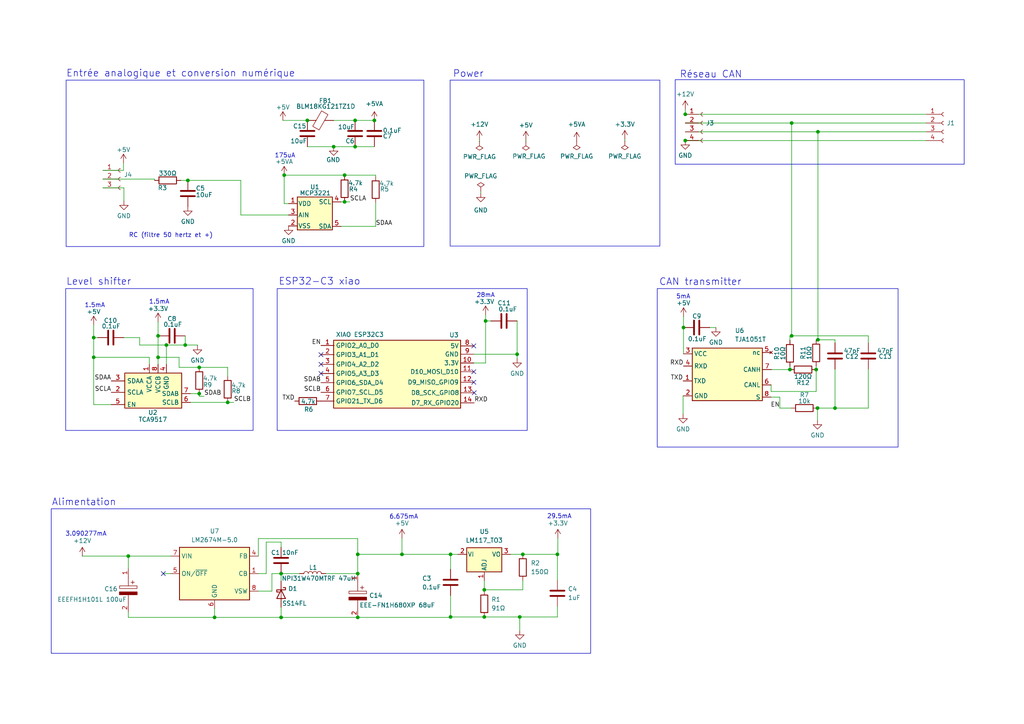
<source format=kicad_sch>
(kicad_sch (version 20230121) (generator eeschema)
  (paper "A4")
  (title_block (title "Formule SAE module CAN SCH") (date "2024-02-26") (rev "1.0") (company "Cégep de Sherbrooke") (comment 1 "Carl-Dominic Aubin") (comment 2 "Mamoune Benmensour"))
  (lib_symbols
    (symbol "Analog_ADC:MCP3201" (pin_names (offset 0.762))
      (property "Reference" "U2" (at 1.778 -6.35 0))
      (property "Value" "TCA9517" (at 1.778 -8.382 0))
      (symbol "MCP3201_0_0"
        (polyline (pts (xy -6.35 0) (xy -6.35 5.08) (xy 10.16 5.08) (xy 10.16 -5.08) (xy -6.35 -5.08) (xy -6.35 0)) (stroke (width 0.254)) (fill (type background)))
      )
      (symbol "MCP3201_1_1"
        (pin input line (at 0.762 7.62 270) (length 2.54) (name "VCCA") (number "1"))
        (pin input line (at -10.287 -0.508 0) (length 3.81) (name "SCLA") (number "2"))
        (pin input line (at -10.287 2.794 0) (length 3.81) (name "SDAA") (number "3"))
        (pin input line (at 5.715 7.62 270) (length 2.54) (name "GND") (number "4"))
        (pin input line (at -10.287 -4.064 0) (length 3.81) (name "EN") (number "5"))
        (pin output line (at 12.7 -3.429 180) (length 2.54) (name "SCLB") (number "6"))
        (pin output line (at 12.7 -0.889 180) (length 2.54) (name "SDAB") (number "7"))
        (pin input line (at 3.302 7.62 270) (length 2.54) (name "VCCB") (number "8"))
      )
    )
    (symbol "Conn_01x03_Socket_1" (pin_names (offset 1.016) hide)
      (property "Reference" "J" (at 0 5.08 0))
      (property "Value" "Conn_01x03_Socket" (at 0 -5.08 0))
      (symbol "Conn_01x03_Socket_1_1_1"
        (arc (start 0 -2.032) (mid -0.5058 -2.54) (end 0 -3.048) (stroke (width 0.1524)))
        (polyline (pts (xy -1.27 -2.54) (xy -0.508 -2.54)) (stroke (width 0.1524)))
        (polyline (pts (xy -1.27 0) (xy -0.508 0)) (stroke (width 0.1524)))
        (polyline (pts (xy -1.27 2.54) (xy -0.508 2.54)) (stroke (width 0.1524)))
        (arc (start 0 0.508) (mid -0.5058 0) (end 0 -0.508) (stroke (width 0.1524)))
        (arc (start 0 3.048) (mid -0.5058 2.54) (end 0 2.032) (stroke (width 0.1524)))
        (pin passive line (at -5.08 2.54 0) (length 3.81) (name "Pin_1") (number "1"))
        (pin passive line (at -5.08 0 0) (length 3.81) (name "Pin_2") (number "2"))
        (pin passive line (at -5.08 -2.54 0) (length 3.81) (name "Pin_3") (number "3"))
      )
    )
    (symbol "Connector:Conn_01x04_Socket" (pin_names (offset 1.016) hide)
      (property "Reference" "J" (at 0 5.08 0))
      (property "Value" "Conn_01x04_Socket" (at 0 -7.62 0))
      (symbol "Conn_01x04_Socket_1_1"
        (arc (start 0 -4.572) (mid -0.5058 -5.08) (end 0 -5.588) (stroke (width 0.1524)))
        (arc (start 0 -2.032) (mid -0.5058 -2.54) (end 0 -3.048) (stroke (width 0.1524)))
        (polyline (pts (xy -1.27 -5.08) (xy -0.508 -5.08)) (stroke (width 0.1524)))
        (polyline (pts (xy -1.27 -2.54) (xy -0.508 -2.54)) (stroke (width 0.1524)))
        (polyline (pts (xy -1.27 0) (xy -0.508 0)) (stroke (width 0.1524)))
        (polyline (pts (xy -1.27 2.54) (xy -0.508 2.54)) (stroke (width 0.1524)))
        (arc (start 0 0.508) (mid -0.5058 0) (end 0 -0.508) (stroke (width 0.1524)))
        (arc (start 0 3.048) (mid -0.5058 2.54) (end 0 2.032) (stroke (width 0.1524)))
        (pin passive line (at -5.08 2.54 0) (length 3.81) (name "Pin_1") (number "1"))
        (pin passive line (at -5.08 0 0) (length 3.81) (name "Pin_2") (number "2"))
        (pin passive line (at -5.08 -2.54 0) (length 3.81) (name "Pin_3") (number "3"))
        (pin passive line (at -5.08 -5.08 0) (length 3.81) (name "Pin_4") (number "4"))
      )
    )
    (symbol "Device:C" (pin_numbers hide) (pin_names (offset 0.254))
      (property "Reference" "C" (at 0.635 2.54 0))
      (property "Value" "C" (at 0.635 -2.54 0))
      (symbol "C_0_1"
        (polyline (pts (xy -2.032 -0.762) (xy 2.032 -0.762)) (stroke (width 0.508)))
        (polyline (pts (xy -2.032 0.762) (xy 2.032 0.762)) (stroke (width 0.508)))
      )
      (symbol "C_1_1"
        (pin passive line (at 0 3.81 270) (length 2.794) (name "~") (number "1"))
        (pin passive line (at 0 -3.81 90) (length 2.794) (name "~") (number "2"))
      )
    )
    (symbol "Device:FerriteBead" (pin_numbers hide) (pin_names (offset 0))
      (property "Reference" "FB" (at -3.81 0.635 90))
      (property "Value" "FerriteBead" (at 3.81 0 90))
      (symbol "FerriteBead_0_1"
        (polyline (pts (xy 0 -1.27) (xy 0 -1.2192)))
        (polyline (pts (xy 0 1.27) (xy 0 1.2954)))
        (polyline (pts (xy -2.7686 0.4064) (xy -1.7018 2.2606) (xy 2.7686 -0.3048) (xy 1.6764 -2.159) (xy -2.7686 0.4064)))
      )
      (symbol "FerriteBead_1_1"
        (pin passive line (at 0 3.81 270) (length 2.54) (name "~") (number "1"))
        (pin passive line (at 0 -3.81 90) (length 2.54) (name "~") (number "2"))
      )
    )
    (symbol "Device:L" (pin_numbers hide) (pin_names (offset 1.016) hide)
      (property "Reference" "L" (at -1.27 0 90))
      (property "Value" "L" (at 1.905 0 90))
      (symbol "L_0_1"
        (arc (start 0 -2.54) (mid 0.6323 -1.905) (end 0 -1.27))
        (arc (start 0 -1.27) (mid 0.6323 -0.635) (end 0 0))
        (arc (start 0 0) (mid 0.6323 0.635) (end 0 1.27))
        (arc (start 0 1.27) (mid 0.6323 1.905) (end 0 2.54))
      )
      (symbol "L_1_1"
        (pin passive line (at 0 3.81 270) (length 1.27) (name "1") (number "1"))
        (pin passive line (at 0 -3.81 90) (length 1.27) (name "2") (number "2"))
      )
    )
    (symbol "Device:R" (pin_numbers hide) (pin_names (offset 0))
      (property "Reference" "R" (at 2.032 0 90))
      (property "Value" "R" (at 0 0 90))
      (symbol "R_0_1"
        (rectangle (start -1.016 -2.54) (end 1.016 2.54) (stroke (width 0.254)))
      )
      (symbol "R_1_1"
        (pin passive line (at 0 3.81 270) (length 1.27) (name "~") (number "1"))
        (pin passive line (at 0 -3.81 90) (length 1.27) (name "~") (number "2"))
      )
    )
    (symbol "Diode:1N5820" (pin_numbers hide) (pin_names (offset 1.016) hide)
      (property "Reference" "D" (at 0 2.54 0))
      (property "Value" "1N5820" (at 0 -2.54 0))
      (symbol "1N5820_0_1"
        (polyline (pts (xy 1.27 0) (xy -1.27 0)))
        (polyline (pts (xy 1.27 1.27) (xy 1.27 -1.27) (xy -1.27 0) (xy 1.27 1.27)) (stroke (width 0.254)))
        (polyline (pts (xy -1.905 0.635) (xy -1.905 1.27) (xy -1.27 1.27) (xy -1.27 -1.27) (xy -0.635 -1.27) (xy -0.635 -0.635)) (stroke (width 0.254)))
      )
      (symbol "1N5820_1_1"
        (pin passive line (at -3.81 0 0) (length 2.54) (name "K") (number "1"))
        (pin passive line (at 3.81 0 180) (length 2.54) (name "A") (number "2"))
      )
    )
    (symbol "EEEFH1H101L:EEEFH1H101L" (pin_names (offset 0.762))
      (property "Reference" "C" (at 8.89 6.35 0))
      (property "Value" "EEEFH1H101L" (at 8.89 3.81 0))
      (symbol "EEEFH1H101L_0_0"
        (pin passive line (at 0 0 0) (length 2.54) (name "~") (number "1"))
        (pin passive line (at 12.7 0 180) (length 2.54) (name "~") (number "2"))
      )
      (symbol "EEEFH1H101L_0_1"
        (polyline (pts (xy 2.54 0) (xy 5.08 0)) (stroke (width 0.1524)))
        (polyline (pts (xy 4.064 1.778) (xy 4.064 0.762)) (stroke (width 0.1524)))
        (polyline (pts (xy 4.572 1.27) (xy 3.556 1.27)) (stroke (width 0.1524)))
        (polyline (pts (xy 7.62 0) (xy 10.16 0)) (stroke (width 0.1524)))
        (polyline (pts (xy 5.08 2.54) (xy 5.08 -2.54) (xy 5.842 -2.54) (xy 5.842 2.54) (xy 5.08 2.54)) (stroke (width 0.1524)))
        (polyline (pts (xy 7.62 2.54) (xy 7.62 -2.54) (xy 6.858 -2.54) (xy 6.858 2.54) (xy 7.62 2.54)) (stroke (width 0.254)) (fill (type outline)))
      )
    )
    (symbol "MCU_Microchip_PIC16:PIC16F18344-xSL"
      (property "Reference" "U3" (at 11.557 -12.573 0))
      (property "Value" "XIAO ESP32C3" (at -21.336 -12.446 0))
      (symbol "PIC16F18344-xSL_1_1"
        (rectangle (start -21.971 -14.097) (end 14.859 -33.782) (stroke (width 0.254)) (fill (type background)))
        (pin bidirectional line (at -25.654 -15.621 0) (length 3.81) (name "GPIO2_A0_D0") (number "1"))
        (pin bidirectional line (at 18.669 -20.701 180) (length 3.81) (name "3.3V") (number "10"))
        (pin bidirectional line (at 18.669 -23.241 180) (length 3.81) (name "D10_MOSI_D10") (number "11"))
        (pin bidirectional line (at 18.669 -26.289 180) (length 3.81) (name "D9_MISO_GPIO9") (number "12"))
        (pin bidirectional line (at 18.796 -29.337 180) (length 3.81) (name "D8_SCK_GPIO8") (number "13"))
        (pin bidirectional line (at 18.796 -32.258 180) (length 3.81) (name "D7_RX_GPIO20") (number "14"))
        (pin bidirectional line (at -25.654 -18.288 0) (length 3.81) (name "GPIO3_A1_D1") (number "2"))
        (pin bidirectional line (at -25.654 -21.082 0) (length 3.81) (name "GPIO4_A2_D2") (number "3"))
        (pin bidirectional line (at -25.654 -23.749 0) (length 3.81) (name "GPIO5_A3_D3") (number "4"))
        (pin bidirectional line (at -25.654 -26.416 0) (length 3.81) (name "GPIO6_SDA_D4") (number "5"))
        (pin bidirectional line (at -25.654 -29.21 0) (length 3.81) (name "GPIO7_SCL_D5") (number "6"))
        (pin bidirectional line (at -25.654 -31.75 0) (length 3.81) (name "GPIO21_TX_D6") (number "7"))
        (pin bidirectional line (at 18.669 -15.748 180) (length 3.81) (name "5V") (number "8"))
        (pin bidirectional line (at 18.669 -18.161 180) (length 3.81) (name "GND") (number "9"))
      )
    )
    (symbol "Regulator_Controller:UC3842_SOIC8"
      (property "Reference" "U6" (at 2.1941 12.7 0))
      (property "Value" "TJA1051T" (at 2.1941 10.16 0))
      (symbol "UC3842_SOIC8_0_1"
        (rectangle (start -10.16 7.62) (end 10.16 -7.62) (stroke (width 0.254)) (fill (type background)))
      )
      (symbol "UC3842_SOIC8_1_1"
        (pin input line (at -12.827 -1.905 0) (length 2.54) (name "TXD") (number "1"))
        (pin power_in line (at -12.7 -6.223 0) (length 2.54) (name "GND") (number "2"))
        (pin power_in line (at -12.7 5.969 0) (length 2.54) (name "VCC") (number "3"))
        (pin input line (at -12.7 2.413 0) (length 2.54) (name "RXD") (number "4"))
        (pin no_connect line (at 12.7 6.35 180) (length 2.54) (name "nc") (number "5"))
        (pin output line (at 12.7 -3.048 180) (length 2.54) (name "CANL") (number "6"))
        (pin output line (at 12.827 1.397 180) (length 2.54) (name "CANH") (number "7"))
        (pin input line (at 12.7 -6.604 180) (length 2.54) (name "S") (number "8"))
      )
    )
    (symbol "Regulator_Linear:LD3985G27R_TSOT23" (pin_names (offset 0.254))
      (property "Reference" "U1" (at 0 7.366 0))
      (property "Value" "MCP3221" (at 0.127 5.588 0))
      (symbol "LD3985G27R_TSOT23_0_1"
        (rectangle (start -5.08 4.445) (end 5.08 -5.08) (stroke (width 0.254)) (fill (type background)))
      )
      (symbol "LD3985G27R_TSOT23_1_1"
        (pin input line (at -7.62 2.54 0) (length 2.54) (name "VDD") (number "1"))
        (pin input line (at -7.62 -3.937 0) (length 2.54) (name "VSS") (number "2"))
        (pin input line (at -7.62 -0.762 0) (length 2.54) (name "AIN") (number "3"))
        (pin input line (at 7.62 3.048 180) (length 2.54) (name "SCL") (number "4"))
        (pin input line (at 7.62 -4.064 180) (length 2.54) (name "SDA") (number "5"))
      )
    )
    (symbol "Regulator_Linear:LM117_TO3" (pin_names (offset 0.254))
      (property "Reference" "U5" (at 0 6.604 0))
      (property "Value" "LM117_TO3" (at 0 4.064 0))
      (symbol "LM117_TO3_0_1"
        (rectangle (start -5.08 1.905) (end 5.08 -5.08) (stroke (width 0.254)) (fill (type background)))
      )
      (symbol "LM117_TO3_1_1"
        (pin input line (at 0 -7.62 90) (length 2.54) (name "ADJ") (number "1"))
        (pin input line (at -7.62 0 0) (length 2.54) (name "VI") (number "2"))
        (pin input line (at 7.62 0 180) (length 2.54) (name "VO") (number "3"))
      )
    )
    (symbol "Regulator_Switching:LM2674M-5.0"
      (property "Reference" "U7" (at 0 12.319 0))
      (property "Value" "LM2674M-5.0" (at 0 9.779 0))
      (symbol "LM2674M-5.0_0_1"
        (rectangle (start -10.16 7.62) (end 10.16 -7.62) (stroke (width 0.254)) (fill (type background)))
      )
      (symbol "LM2674M-5.0_1_1"
        (pin input line (at 12.7 0 180) (length 2.54) (name "CB") (number "1"))
        (pin no_connect line (at -10.16 -2.54 0) (length 2.54) hide (name "NC") (number "2"))
        (pin no_connect line (at -10.16 -5.08 0) (length 2.54) hide (name "NC") (number "3"))
        (pin input line (at 12.7 5.08 180) (length 2.54) (name "FB") (number "4"))
        (pin input line (at -12.7 0 0) (length 2.54) (name "ON/~{OFF}") (number "5"))
        (pin input line (at 0 -10.16 90) (length 2.54) (name "GND") (number "6"))
        (pin input line (at -12.7 5.08 0) (length 2.54) (name "VIN") (number "7"))
        (pin output line (at 12.7 -5.08 180) (length 2.54) (name "VSW") (number "8"))
      )
    )
    (symbol "power:+12V" (power) (pin_names (offset 0))
      (property "Value" "+12V" (at 0 3.556 0))
      (symbol "+12V_0_1"
        (polyline (pts (xy -0.762 1.27) (xy 0 2.54)))
        (polyline (pts (xy 0 0) (xy 0 2.54)))
        (polyline (pts (xy 0 2.54) (xy 0.762 1.27)))
      )
      (symbol "+12V_1_1"
        (pin power_in line (at 0 0 90) (length 0) hide (name "+12V") (number "1"))
      )
    )
    (symbol "power:+3.3V" (power) (pin_names (offset 0))
      (property "Value" "+3.3V" (at 0 3.556 0))
      (symbol "+3.3V_0_1"
        (polyline (pts (xy -0.762 1.27) (xy 0 2.54)))
        (polyline (pts (xy 0 0) (xy 0 2.54)))
        (polyline (pts (xy 0 2.54) (xy 0.762 1.27)))
      )
      (symbol "+3.3V_1_1"
        (pin power_in line (at 0 0 90) (length 0) hide (name "+3.3V") (number "1"))
      )
    )
    (symbol "power:+5V" (power) (pin_names (offset 0))
      (property "Value" "+5V" (at 0 3.556 0))
      (symbol "+5V_0_1"
        (polyline (pts (xy -0.762 1.27) (xy 0 2.54)))
        (polyline (pts (xy 0 0) (xy 0 2.54)))
        (polyline (pts (xy 0 2.54) (xy 0.762 1.27)))
      )
      (symbol "+5V_1_1"
        (pin power_in line (at 0 0 90) (length 0) hide (name "+5V") (number "1"))
      )
    )
    (symbol "power:+5VA" (power) (pin_names (offset 0))
      (property "Value" "+5VA" (at 0 3.556 0))
      (symbol "+5VA_0_1"
        (polyline (pts (xy -0.762 1.27) (xy 0 2.54)))
        (polyline (pts (xy 0 0) (xy 0 2.54)))
        (polyline (pts (xy 0 2.54) (xy 0.762 1.27)))
      )
      (symbol "+5VA_1_1"
        (pin power_in line (at 0 0 90) (length 0) hide (name "+5VA") (number "1"))
      )
    )
    (symbol "power:GND" (power) (pin_names (offset 0))
      (property "Value" "GND" (at 0 -3.81 0))
      (symbol "GND_0_1"
        (polyline (pts (xy 0 0) (xy 0 -1.27) (xy 1.27 -1.27) (xy 0 -2.54) (xy -1.27 -1.27) (xy 0 -1.27)))
      )
      (symbol "GND_1_1"
        (pin power_in line (at 0 0 270) (length 0) hide (name "GND") (number "1"))
      )
    )
    (symbol "power:PWR_FLAG" (power) (pin_numbers hide) (pin_names (offset 0) hide)
      (property "Value" "PWR_FLAG" (at 0 3.81 0))
      (symbol "PWR_FLAG_0_0"
        (pin power_out line (at 0 0 90) (length 0) (name "pwr") (number "1"))
      )
      (symbol "PWR_FLAG_0_1"
        (polyline (pts (xy 0 0) (xy 0 1.27) (xy -1.016 1.905) (xy 0 2.54) (xy 1.016 1.905) (xy 0 1.27)))
      )
    )
  )
  (junction (at 229.108 107.188))
  (junction (at 198.755 33.147))
  (junction (at 89.154 34.925))
  (junction (at 116.586 160.782))
  (junction (at 198.247 94.996))
  (junction (at 103.759 166.37))
  (junction (at 57.785 106.553))
  (junction (at 237.236 98.552))
  (junction (at 57.785 114.173))
  (junction (at 102.997 34.925))
  (junction (at 103.759 179.07))
  (junction (at 62.23 179.07))
  (junction (at 140.462 178.943))
  (junction (at 81.534 179.07))
  (junction (at 140.843 93.091))
  (junction (at 229.616 97.409))
  (junction (at 99.949 50.8))
  (junction (at 27.178 103.632))
  (junction (at 27.178 97.917))
  (junction (at 151.638 160.782))
  (junction (at 96.774 42.545))
  (junction (at 82.423 50.8))
  (junction (at 149.987 102.743))
  (junction (at 45.847 103.632))
  (junction (at 81.534 166.37))
  (junction (at 53.721 100.076))
  (junction (at 161.671 160.782))
  (junction (at 150.749 178.943))
  (junction (at 102.997 42.545))
  (junction (at 236.728 107.188))
  (junction (at 103.759 160.782))
  (junction (at 242.189 118.364))
  (junction (at 54.483 52.324))
  (junction (at 37.211 161.29))
  (junction (at 45.847 97.409))
  (junction (at 130.683 178.943))
  (junction (at 229.616 35.687))
  (junction (at 99.949 58.547))
  (junction (at 48.26 100.076))
  (junction (at 237.236 38.227))
  (junction (at 198.755 40.767))
  (junction (at 140.462 171.069))
  (junction (at 66.04 116.713))
  (junction (at 108.585 34.925))
  (junction (at 130.683 160.782))
  (junction (at 237.109 118.364))
  (no_connect (at 137.541 113.919))
  (no_connect (at 93.091 108.331))
  (no_connect (at 137.414 107.823))
  (no_connect (at 93.091 102.87))
  (no_connect (at 137.414 110.871))
  (no_connect (at 137.414 100.33))
  (no_connect (at 47.371 166.37))
  (no_connect (at 93.091 105.664))
  (wire (pts (xy 37.211 161.29) (xy 37.211 164.846)))
  (wire (pts (xy 35.941 97.917) (xy 40.513 97.917)))
  (wire (pts (xy 62.23 176.53) (xy 62.23 179.07)))
  (wire (pts (xy 69.85 62.357) (xy 69.85 52.324)))
  (wire (pts (xy 46.101 97.409) (xy 45.847 97.409)))
  (wire (pts (xy 102.997 34.925) (xy 108.585 34.925)))
  (wire (pts (xy 140.462 171.069) (xy 151.638 171.069)))
  (wire (pts (xy 237.236 38.227) (xy 268.605 38.227)))
  (wire (pts (xy 130.683 179.07) (xy 130.683 178.943)))
  (wire (pts (xy 139.446 55.499) (xy 139.446 56.007)))
  (wire (pts (xy 108.966 51.181) (xy 108.966 50.8)))
  (wire (pts (xy 140.843 93.091) (xy 140.843 105.283)))
  (wire (pts (xy 140.843 91.313) (xy 140.843 93.091)))
  (wire (pts (xy 51.943 106.553) (xy 57.785 106.553)))
  (wire (pts (xy 78.867 171.45) (xy 78.867 166.37)))
  (wire (pts (xy 130.683 160.782) (xy 132.842 160.782)))
  (wire (pts (xy 35.941 54.483) (xy 29.845 54.483)))
  (wire (pts (xy 116.586 160.782) (xy 130.683 160.782)))
  (wire (pts (xy 198.247 114.808) (xy 198.12 114.808)))
  (wire (pts (xy 140.462 178.943) (xy 150.749 178.943)))
  (wire (pts (xy 74.93 156.21) (xy 103.759 156.21)))
  (wire (pts (xy 29.845 51.943) (xy 44.831 51.943)))
  (wire (pts (xy 44.831 51.943) (xy 44.831 52.324)))
  (wire (pts (xy 77.216 157.226) (xy 81.534 157.226)))
  (wire (pts (xy 236.728 106.172) (xy 236.728 107.188)))
  (wire (pts (xy 140.462 168.402) (xy 140.462 171.069)))
  (wire (pts (xy 116.586 156.083) (xy 116.586 160.782)))
  (wire (pts (xy 49.53 166.37) (xy 47.371 166.37)))
  (wire (pts (xy 27.178 117.348) (xy 27.178 103.632)))
  (wire (pts (xy 108.966 58.801) (xy 108.966 65.659)))
  (wire (pts (xy 181.229 40.386) (xy 181.229 40.894)))
  (wire (pts (xy 37.211 179.07) (xy 62.23 179.07)))
  (wire (pts (xy 130.683 178.943) (xy 130.683 172.72)))
  (wire (pts (xy 226.187 115.189) (xy 226.187 118.364)))
  (wire (pts (xy 198.247 94.996) (xy 198.247 102.616)))
  (wire (pts (xy 57.277 100.076) (xy 57.277 100.203)))
  (wire (pts (xy 51.943 106.553) (xy 51.943 103.632)))
  (wire (pts (xy 223.647 113.538) (xy 223.647 111.633)))
  (wire (pts (xy 148.082 160.782) (xy 151.638 160.782)))
  (wire (pts (xy 130.683 165.1) (xy 130.683 160.782)))
  (wire (pts (xy 251.841 97.409) (xy 229.616 97.409)))
  (wire (pts (xy 53.721 97.409) (xy 53.721 100.076)))
  (wire (pts (xy 67.818 116.713) (xy 66.04 116.713)))
  (wire (pts (xy 237.109 121.92) (xy 237.109 118.364)))
  (wire (pts (xy 103.759 156.21) (xy 103.759 160.782)))
  (wire (pts (xy 140.843 105.283) (xy 137.414 105.283)))
  (wire (pts (xy 48.26 100.076) (xy 53.721 100.076)))
  (wire (pts (xy 51.943 103.632) (xy 45.847 103.632)))
  (wire (pts (xy 229.616 35.687) (xy 268.605 35.687)))
  (wire (pts (xy 198.12 114.808) (xy 198.12 120.142)))
  (wire (pts (xy 27.178 103.632) (xy 43.307 103.632)))
  (wire (pts (xy 207.645 94.996) (xy 205.867 94.996)))
  (wire (pts (xy 96.774 42.545) (xy 102.997 42.545)))
  (wire (pts (xy 81.534 157.226) (xy 81.534 158.75)))
  (wire (pts (xy 74.93 166.37) (xy 77.216 166.37)))
  (wire (pts (xy 150.749 178.943) (xy 150.749 182.88)))
  (wire (pts (xy 161.671 175.895) (xy 161.671 178.943)))
  (wire (pts (xy 236.728 107.188) (xy 236.728 113.538)))
  (wire (pts (xy 74.93 161.29) (xy 74.93 156.21)))
  (wire (pts (xy 237.236 38.227) (xy 237.236 98.552)))
  (wire (pts (xy 69.85 52.324) (xy 54.483 52.324)))
  (wire (pts (xy 198.755 40.767) (xy 268.605 40.767)))
  (wire (pts (xy 161.798 160.782) (xy 161.671 160.782)))
  (wire (pts (xy 103.759 160.782) (xy 103.759 166.37)))
  (wire (pts (xy 142.367 93.091) (xy 140.843 93.091)))
  (wire (pts (xy 130.683 178.943) (xy 140.462 178.943)))
  (wire (pts (xy 161.798 156.083) (xy 161.798 160.782)))
  (wire (pts (xy 81.534 166.37) (xy 81.534 168.529)))
  (wire (pts (xy 103.759 160.782) (xy 116.586 160.782)))
  (wire (pts (xy 223.647 113.538) (xy 236.728 113.538)))
  (wire (pts (xy 98.933 65.659) (xy 108.966 65.659)))
  (wire (pts (xy 198.755 38.227) (xy 237.236 38.227)))
  (wire (pts (xy 35.814 47.244) (xy 35.814 49.403)))
  (wire (pts (xy 27.178 97.917) (xy 27.178 103.632)))
  (wire (pts (xy 150.749 178.943) (xy 161.671 178.943)))
  (wire (pts (xy 140.462 171.069) (xy 140.462 171.323)))
  (wire (pts (xy 45.847 97.409) (xy 45.847 103.632)))
  (wire (pts (xy 45.847 93.345) (xy 45.847 97.409)))
  (wire (pts (xy 229.489 118.364) (xy 226.187 118.364)))
  (wire (pts (xy 35.941 54.483) (xy 35.941 58.293)))
  (wire (pts (xy 82.423 50.8) (xy 99.949 50.8)))
  (wire (pts (xy 82.042 34.925) (xy 89.154 34.925)))
  (wire (pts (xy 198.755 33.147) (xy 268.605 33.147)))
  (wire (pts (xy 27.178 97.917) (xy 28.321 97.917)))
  (wire (pts (xy 151.638 171.069) (xy 151.638 168.402)))
  (wire (pts (xy 251.841 118.364) (xy 242.189 118.364)))
  (wire (pts (xy 94.488 166.37) (xy 103.759 166.37)))
  (wire (pts (xy 237.109 118.364) (xy 242.189 118.364)))
  (wire (pts (xy 48.26 100.076) (xy 48.26 105.664)))
  (wire (pts (xy 66.04 109.093) (xy 66.04 106.553)))
  (wire (pts (xy 82.423 50.8) (xy 82.423 59.055)))
  (wire (pts (xy 99.949 50.8) (xy 108.966 50.8)))
  (wire (pts (xy 229.616 35.687) (xy 229.616 97.409)))
  (wire (pts (xy 152.527 40.64) (xy 152.527 41.021)))
  (wire (pts (xy 102.997 42.545) (xy 108.585 42.545)))
  (wire (pts (xy 229.616 97.409) (xy 229.108 97.409)))
  (wire (pts (xy 81.534 176.149) (xy 81.534 179.07)))
  (wire (pts (xy 83.693 62.357) (xy 69.85 62.357)))
  (wire (pts (xy 57.785 114.935) (xy 59.182 114.935)))
  (wire (pts (xy 53.721 100.076) (xy 57.277 100.076)))
  (wire (pts (xy 45.847 103.632) (xy 45.847 105.664)))
  (wire (pts (xy 101.473 58.547) (xy 99.949 58.547)))
  (wire (pts (xy 27.178 117.348) (xy 32.258 117.348)))
  (wire (pts (xy 137.414 102.743) (xy 149.987 102.743)))
  (wire (pts (xy 198.755 35.687) (xy 229.616 35.687)))
  (wire (pts (xy 149.987 102.743) (xy 149.987 104.013)))
  (wire (pts (xy 161.671 168.275) (xy 161.671 160.782)))
  (wire (pts (xy 57.785 114.173) (xy 57.785 114.935)))
  (wire (pts (xy 242.189 99.441) (xy 242.189 98.552)))
  (wire (pts (xy 40.513 100.076) (xy 48.26 100.076)))
  (wire (pts (xy 198.755 31.75) (xy 198.755 33.147)))
  (wire (pts (xy 57.785 114.173) (xy 55.245 114.173)))
  (wire (pts (xy 198.247 91.821) (xy 198.247 94.996)))
  (wire (pts (xy 77.216 166.37) (xy 77.216 157.226)))
  (wire (pts (xy 229.108 106.299) (xy 229.108 107.188)))
  (wire (pts (xy 251.841 107.061) (xy 251.841 118.364)))
  (wire (pts (xy 66.04 106.553) (xy 57.785 106.553)))
  (wire (pts (xy 52.451 52.324) (xy 54.483 52.324)))
  (wire (pts (xy 149.987 93.091) (xy 149.987 102.743)))
  (wire (pts (xy 23.876 161.29) (xy 37.211 161.29)))
  (wire (pts (xy 37.211 179.07) (xy 37.211 177.546)))
  (wire (pts (xy 229.108 97.409) (xy 229.108 98.679)))
  (wire (pts (xy 40.513 97.917) (xy 40.513 100.076)))
  (wire (pts (xy 103.759 179.07) (xy 130.683 179.07)))
  (wire (pts (xy 27.178 94.234) (xy 27.178 97.917)))
  (wire (pts (xy 81.534 166.37) (xy 86.868 166.37)))
  (wire (pts (xy 242.189 107.061) (xy 242.189 118.364)))
  (wire (pts (xy 161.671 160.782) (xy 151.638 160.782)))
  (wire (pts (xy 89.154 42.545) (xy 96.774 42.545)))
  (wire (pts (xy 43.307 103.632) (xy 43.307 105.664)))
  (wire (pts (xy 251.841 99.441) (xy 251.841 97.409)))
  (wire (pts (xy 223.774 107.188) (xy 229.108 107.188)))
  (wire (pts (xy 139.065 40.513) (xy 139.065 41.021)))
  (wire (pts (xy 237.236 98.552) (xy 236.728 98.552)))
  (wire (pts (xy 99.949 58.547) (xy 98.933 58.547)))
  (wire (pts (xy 81.534 179.07) (xy 103.759 179.07)))
  (wire (pts (xy 66.04 116.713) (xy 55.245 116.713)))
  (wire (pts (xy 223.647 115.189) (xy 226.187 115.189)))
  (wire (pts (xy 99.949 50.8) (xy 99.949 50.927)))
  (wire (pts (xy 82.423 59.055) (xy 83.693 59.055)))
  (wire (pts (xy 62.23 179.07) (xy 81.534 179.07)))
  (wire (pts (xy 78.867 166.37) (xy 81.534 166.37)))
  (wire (pts (xy 37.211 161.29) (xy 49.53 161.29)))
  (wire (pts (xy 242.189 98.552) (xy 237.236 98.552)))
  (wire (pts (xy 74.93 171.45) (xy 78.867 171.45)))
  (wire (pts (xy 102.997 34.925) (xy 96.774 34.925)))
  (wire (pts (xy 35.814 49.403) (xy 29.845 49.403)))
  (rectangle (start 130.556 23.241) (end 191.389 71.374))
  (rectangle (start 19.177 23.241) (end 122.936 71.501))
  (rectangle (start 190.627 83.693) (end 260.477 129.667))
  (rectangle (start 19.05 83.693) (end 73.406 124.841))
  (rectangle (start 195.834 23.114) (end 279.654 47.625))
  (rectangle (start 14.859 147.574) (end 171.323 189.484))
  (rectangle (start 80.391 83.693) (end 152.908 124.841))
  (text "6.675mA\n" (at 112.903 150.749 0) (effects (font (size 1.27 1.27)) (justify left bottom)))
  (text "3.090277mA" (at 18.923 155.702 0) (effects (font (size 1.27 1.27)) (justify left bottom)))
  (text "1.5mA\n" (at 43.18 88.392 0) (effects (font (size 1.27 1.27)) (justify left bottom)))
  (text "Alimentation\n\n\n\n" (at 14.986 156.591 0) (effects (font (size 2 2)) (justify left bottom)))
  (text "29.5mA\n" (at 158.623 150.622 0) (effects (font (size 1.27 1.27)) (justify left bottom)))
  (text "Power\n\n\n\n\n" (at 131.318 35.56 0) (effects (font (size 2 2)) (justify left bottom)))
  (text "Entrée analogique et conversion numérique\n\n" (at 19.177 25.781 0) (effects (font (size 2 2)) (justify left bottom)))
  (text "ESP32-C3 xiao\n\n\n\n" (at 80.772 92.583 0) (effects (font (size 2 2)) (justify left bottom)))
  (text "RC (filtre 50 hertz et +)\n\n" (at 37.338 71.12 0) (effects (font (size 1.27 1.27)) (justify left bottom)))
  (text "Réseau CAN\n\n\n\n" (at 197.104 32.512 0) (effects (font (size 2 2)) (justify left bottom)))
  (text "Level shifter\n\n\n" (at 19.177 89.408 0) (effects (font (size 2 2)) (justify left bottom)))
  (text "28mA\n" (at 138.176 86.487 0) (effects (font (size 1.27 1.27)) (justify left bottom)))
  (text "CAN transmitter\n\n\n\n" (at 191.135 92.71 0) (effects (font (size 2 2)) (justify left bottom)))
  (text "5mA\n" (at 196.088 86.868 0) (effects (font (size 1.27 1.27)) (justify left bottom)))
  (text "1.5mA\n" (at 24.511 89.408 0) (effects (font (size 1.27 1.27)) (justify left bottom)))
  (text "175uA\n" (at 79.629 45.974 0) (effects (font (size 1.27 1.27)) (justify left bottom)))
  (label "SCLB" (at 93.091 113.792 180))
  (label "SCLA" (at 101.473 58.547 0))
  (label "TXD" (at 198.12 110.49 180))
  (label "EN" (at 93.091 100.203 180))
  (label "EN" (at 226.187 118.364 180))
  (label "SDAB" (at 59.182 114.935 0))
  (label "RXD" (at 137.541 116.84 0))
  (label "SCLA" (at 32.258 113.792 180))
  (label "SDAB" (at 93.091 110.998 180))
  (label "SCLB" (at 67.818 116.713 0))
  (label "SDAA" (at 108.966 65.659 0))
  (label "SDAA" (at 32.258 110.49 180))
  (label "RXD" (at 198.247 106.172 180))
  (label "TXD" (at 85.471 116.332 180))
  (symbol (lib_id "power:+5VA") (at 108.585 34.925 0) (unit 1)
    (property "Reference" "#PWR025" (effects hide))
    (property "Value" "+5VA" (at 108.585 30.099 0))
  )
  (symbol (lib_id "power:GND") (at 198.755 40.767 0) (unit 1)
    (property "Reference" "#PWR028" (effects hide))
    (property "Value" "GND" (at 198.755 45.085 0))
  )
  (symbol (lib_id "power:+12V") (at 23.876 161.29 0) (unit 1)
    (property "Reference" "#PWR022" (effects hide))
    (property "Value" "+12V" (at 23.876 156.845 0))
  )
  (symbol (lib_id "power:PWR_FLAG") (at 139.446 55.499 0) (unit 1)
    (property "Reference" "#FLG04" (effects hide))
    (property "Value" "PWR_FLAG" (at 139.446 51.054 0))
  )
  (symbol (lib_id "Device:C") (at 54.483 56.134 0) (unit 1)
    (property "Reference" "C5" (at 56.769 54.61 0) (effects (justify left)))
    (property "Value" "10uF" (at 56.769 56.515 0) (effects (justify left)))
    (property "Footprint" "Capacitor_SMD:C_0805_2012Metric_Pad1.18x1.45mm_HandSolder" (effects hide))
  )
  (symbol (lib_id "Device:C") (at 89.154 38.735 0) (unit 1)
    (property "Reference" "C15" (at 84.963 36.576 0) (effects (justify left)))
    (property "Value" "10uF" (at 84.201 40.894 0) (effects (justify left)))
    (property "Footprint" "Capacitor_SMD:C_0805_2012Metric_Pad1.18x1.45mm_HandSolder" (effects hide))
  )
  (symbol (lib_id "Device:R") (at 229.108 102.489 180) (unit 1)
    (property "Reference" "R10" (at 225.298 102.489 90))
    (property "Value" "10Ω" (at 227.076 102.489 90))
    (property "Footprint" "Capacitor_SMD:C_0805_2012Metric_Pad1.18x1.45mm_HandSolder" (effects hide))
  )
  (symbol (lib_id "Device:L") (at 90.678 166.37 90) (unit 1)
    (property "Reference" "L1" (at 90.805 164.592 90))
    (property "Value" "NPI31W470MTRF 47uH" (at 92.456 167.767 90))
    (property "Footprint" "Inductor_SMD:L_Bourns-SRR1005" (effects hide))
  )
  (symbol (lib_id "power:GND") (at 96.774 42.545 0) (unit 1)
    (property "Reference" "#PWR012" (effects hide))
    (property "Value" "GND" (at 96.647 46.355 0))
  )
  (symbol (lib_id "Regulator_Switching:LM2674M-5.0") (at 62.23 166.37 0) (unit 1)
    (property "Reference" "U7" (at 62.23 154.051 0))
    (property "Value" "LM2674M-5.0" (at 62.23 156.591 0))
    (property "Footprint" "Package_SO:SOIC-8_3.9x4.9mm_P1.27mm" (effects hide))
    (property "Datasheet" "http://www.ti.com/lit/ds/symlink/lm2674.pdf" (effects hide))
  )
  (symbol (lib_id "EEEFH1H101L:EEEFH1H101L") (at 37.211 164.846 270) (unit 1)
    (property "Reference" "C16" (at 30.226 170.815 90) (effects (justify left)))
    (property "Value" "EEEFH1H101L 100uF" (at 16.637 173.863 90) (effects (justify left)))
    (property "Footprint" "KiCad:EEETC1V470P" (effects hide))
    (property "Datasheet" "http://industrial.panasonic.com/cdbs/www-data/pdf/RDE0000/ast-ind-166561.pdf" (effects hide))
    (property "Description" "Aluminium Electroyltic Capacitor, Radial" (effects hide))
    (property "Manufacturer_Name" "Panasonic" (effects hide))
    (property "Manufacturer_Part_Number" "EEEFH1H101L" (effects hide))
  )
  (symbol (lib_id "Diode:1N5820") (at 81.534 172.339 270) (unit 1)
    (property "Reference" "D1" (at 83.566 170.7515 90) (effects (justify left)))
    (property "Value" "SS14FL" (at 81.788 175.006 90) (effects (justify left)))
    (property "Footprint" "Diode_SMD:D_SOD-123F" (effects hide))
    (property "Datasheet" "http://www.vishay.com/docs/88526/1n5820.pdf" (effects hide))
  )
  (symbol (lib_id "power:PWR_FLAG") (at 181.229 40.894 180) (unit 1)
    (property "Reference" "#FLG03" (effects hide))
    (property "Value" "PWR_FLAG" (at 181.229 45.339 0))
  )
  (symbol (lib_id "power:GND") (at 139.446 56.007 0) (unit 1)
    (property "Reference" "#PWR020" (effects hide))
    (property "Value" "GND" (at 139.446 60.96 0))
  )
  (symbol (lib_id "power:+3.3V") (at 45.847 93.345 0) (unit 1)
    (property "Reference" "#PWR05" (effects hide))
    (property "Value" "+3.3V" (at 45.847 89.535 0))
  )
  (symbol (lib_id "Connector:Conn_01x04_Socket") (at 203.835 35.687 0) (unit 1)
    (property "Reference" "J3" (at 204.724 35.687 0) (effects (justify left)))
    (property "Value" "Conn_01x04_Socket" (effects hide))
    (property "Footprint" "Connector_PinSocket_2.54mm:PinSocket_1x04_P2.54mm_Vertical" (effects hide))
  )
  (symbol (lib_id "Device:R") (at 232.918 107.188 270) (unit 1)
    (property "Reference" "R12" (at 232.918 110.998 90))
    (property "Value" "120Ω" (at 232.918 109.22 90))
    (property "Footprint" "Capacitor_SMD:C_0805_2012Metric_Pad1.18x1.45mm_HandSolder" (effects hide))
  )
  (symbol (lib_id "Device:R") (at 236.728 102.362 180) (unit 1)
    (property "Reference" "R11" (at 232.918 102.362 90))
    (property "Value" "10Ω" (at 234.696 102.362 90))
    (property "Footprint" "Capacitor_SMD:C_0805_2012Metric_Pad1.18x1.45mm_HandSolder" (effects hide))
  )
  (symbol (lib_id "power:GND") (at 207.645 94.996 0) (unit 1)
    (property "Reference" "#PWR016" (effects hide))
    (property "Value" "GND" (at 207.645 99.314 0))
  )
  (symbol (lib_id "Device:C") (at 81.534 162.56 180) (unit 1)
    (property "Reference" "C1" (at 81.28 160.274 0) (effects (justify left)))
    (property "Value" "10nF" (at 86.614 160.274 0) (effects (justify left)))
    (property "Footprint" "Capacitor_SMD:C_0805_2012Metric_Pad1.18x1.45mm_HandSolder" (effects hide))
  )
  (symbol (lib_id "power:+3.3V") (at 140.843 91.313 0) (unit 1)
    (property "Reference" "#PWR014" (effects hide))
    (property "Value" "+3.3V" (at 140.462 87.503 0))
  )
  (symbol (lib_id "Device:R") (at 48.641 52.324 90) (unit 1)
    (property "Reference" "R3" (at 47.117 54.483 90))
    (property "Value" "330Ω" (at 48.641 50.292 90))
    (property "Footprint" "Capacitor_SMD:C_0805_2012Metric_Pad1.18x1.45mm_HandSolder" (effects hide))
  )
  (symbol (lib_id "power:+12V") (at 139.065 40.513 0) (unit 1)
    (property "Reference" "#PWR018" (effects hide))
    (property "Value" "+12V" (at 139.065 36.068 0))
  )
  (symbol (lib_id "power:GND") (at 54.483 59.944 0) (unit 1)
    (property "Reference" "#PWR08" (effects hide))
    (property "Value" "GND" (at 54.483 64.262 0))
  )
  (symbol (lib_id "power:GND") (at 35.941 58.293 0) (unit 1)
    (property "Reference" "#PWR01" (effects hide))
    (property "Value" "GND" (at 35.941 62.611 0))
  )
  (symbol (lib_id "Analog_ADC:MCP3201") (at 42.545 113.284 0) (unit 1)
    (property "Reference" "U2" (at 44.323 119.634 0))
    (property "Value" "TCA9517" (at 44.323 121.666 0))
    (property "Footprint" "Package_SO:SOIC-8_3.9x4.9mm_P1.27mm" (effects hide))
    (property "Datasheet" "http://ww1.microchip.com/downloads/en/DeviceDoc/21290D.pdf" (effects hide))
  )
  (symbol (lib_id "power:GND") (at 198.12 120.142 0) (unit 1)
    (property "Reference" "#PWR09" (effects hide))
    (property "Value" "GND" (at 198.12 124.46 0))
  )
  (symbol (lib_id "Connector:Conn_01x04_Socket") (at 273.685 35.687 0) (unit 1)
    (property "Reference" "J1" (at 274.574 35.687 0) (effects (justify left)))
    (property "Value" "Conn_01x04_Socket" (effects hide))
    (property "Footprint" "Connector_PinSocket_2.54mm:PinSocket_1x04_P2.54mm_Vertical" (effects hide))
  )
  (symbol (lib_id "Device:R") (at 233.299 118.364 90) (unit 1)
    (property "Reference" "R7" (at 233.299 114.554 90))
    (property "Value" "10k" (at 233.299 116.332 90))
    (property "Footprint" "Capacitor_SMD:C_0805_2012Metric_Pad1.18x1.45mm_HandSolder" (effects hide))
  )
  (symbol (lib_id "power:GND") (at 237.109 121.92 0) (unit 1)
    (property "Reference" "#PWR011" (effects hide))
    (property "Value" "GND" (at 237.109 126.238 0))
  )
  (symbol (lib_id "power:+5V") (at 35.814 47.244 0) (unit 1)
    (property "Reference" "#PWR013" (effects hide))
    (property "Value" "+5V" (at 35.814 43.434 0))
  )
  (symbol (lib_id "power:PWR_FLAG") (at 152.527 41.021 180) (unit 1)
    (property "Reference" "#FLG02" (effects hide))
    (property "Value" "PWR_FLAG" (at 153.416 45.339 0))
  )
  (symbol (lib_id "Device:R") (at 99.949 54.737 180) (unit 1)
    (property "Reference" "R4" (at 102.489 54.864 0))
    (property "Value" "4.7k" (at 103.124 53.086 0))
    (property "Footprint" "Capacitor_SMD:C_0805_2012Metric_Pad1.18x1.45mm_HandSolder" (effects hide))
  )
  (symbol (lib_id "power:PWR_FLAG") (at 139.065 41.021 180) (unit 1)
    (property "Reference" "#FLG01" (effects hide))
    (property "Value" "PWR_FLAG" (at 139.065 45.466 0))
  )
  (symbol (lib_id "Device:C") (at 108.585 38.735 0) (unit 1)
    (property "Reference" "C7" (at 110.998 39.497 0) (effects (justify left)))
    (property "Value" "0.1uF" (at 110.998 37.846 0) (effects (justify left)))
    (property "Footprint" "Capacitor_SMD:C_0805_2012Metric_Pad1.18x1.45mm_HandSolder" (effects hide))
  )
  (symbol (lib_id "EEEFH1H101L:EEEFH1H101L") (at 103.759 166.37 270) (unit 1)
    (property "Reference" "C14" (at 107.061 172.72 90) (effects (justify left)))
    (property "Value" "\n\nEEE-FN1H680XP 68uF" (at 104.267 173.482 90) (effects (justify left)))
    (property "Footprint" "Capacitor_SMD:CP_Elec_8x6.9" (effects hide))
    (property "Datasheet" "http://industrial.panasonic.com/cdbs/www-data/pdf/RDE0000/ast-ind-166561.pdf" (effects hide))
    (property "Description" "Aluminium Electroyltic Capacitor, Radial" (effects hide))
    (property "Manufacturer_Name" "Panasonic" (effects hide))
    (property "Manufacturer_Part_Number" "EEEFH1H101L" (effects hide))
  )
  (symbol (lib_id "power:GND") (at 57.277 100.203 0) (unit 1)
    (property "Reference" "#PWR02" (effects hide))
    (property "Value" "GND" (at 57.277 104.521 0))
  )
  (symbol (lib_id "MCU_Microchip_PIC16:PIC16F18344-xSL") (at 118.745 84.582 0) (unit 1)
    (property "Reference" "U3" (at 130.302 97.155 0) (effects (justify left)))
    (property "Value" "XIAO ESP32C3" (at 97.409 97.028 0) (effects (justify left)))
    (property "Footprint" "Library:xiao esp32-c3" (effects hide))
    (property "Datasheet" "http://ww1.microchip.com/downloads/en/devicedoc/40001800c.pdf" (effects hide))
  )
  (symbol (lib_id "power:+12V") (at 198.755 31.75 0) (unit 1)
    (property "Reference" "#PWR027" (effects hide))
    (property "Value" "+12V" (at 198.755 27.305 0))
  )
  (symbol (lib_id "power:+5V") (at 198.247 91.821 0) (unit 1)
    (property "Reference" "#PWR010" (effects hide))
    (property "Value" "+5V" (at 198.247 87.884 0))
  )
  (symbol (lib_id "power:+5VA") (at 82.423 50.8 0) (unit 1)
    (property "Reference" "#PWR024" (effects hide))
    (property "Value" "+5VA" (at 82.423 46.863 0))
  )
  (symbol (lib_id "power:+5V") (at 82.042 34.925 0) (unit 1)
    (property "Reference" "#PWR017" (effects hide))
    (property "Value" "+5V" (at 82.042 31.115 0))
  )
  (symbol (lib_name "Conn_01x03_Socket_1") (lib_id "Connector:Conn_01x03_Socket") (at 34.925 51.943 0) (unit 1)
    (property "Reference" "J4" (at 35.941 50.673 0) (effects (justify left)))
    (property "Value" "Conn_01x03_Socket" (effects hide))
    (property "Footprint" "Connector_PinSocket_2.54mm:PinSocket_1x03_P2.54mm_Vertical" (effects hide))
  )
  (symbol (lib_id "Device:C") (at 49.911 97.409 270) (unit 1)
    (property "Reference" "C8" (at 48.514 92.456 90) (effects (justify left)))
    (property "Value" "0.1uF" (at 47.371 94.107 90) (effects (justify left)))
    (property "Footprint" "Capacitor_SMD:C_0805_2012Metric_Pad1.18x1.45mm_HandSolder" (effects hide))
  )
  (symbol (lib_id "Device:C") (at 161.671 172.085 0) (unit 1)
    (property "Reference" "C4" (at 164.719 170.815 0) (effects (justify left)))
    (property "Value" "1uF" (at 164.719 173.355 0) (effects (justify left)))
    (property "Footprint" "Capacitor_SMD:C_0805_2012Metric_Pad1.18x1.45mm_HandSolder" (effects hide))
  )
  (symbol (lib_id "Regulator_Controller:UC3842_SOIC8") (at 210.947 108.585 0) (unit 1)
    (property "Reference" "U6" (at 213.1411 95.885 0) (effects (justify left)))
    (property "Value" "TJA1051T" (at 213.1411 98.425 0) (effects (justify left)))
    (property "Footprint" "Package_SO:SOIC-8_3.9x4.9mm_P1.27mm" (effects hide))
    (property "Datasheet" "http://www.ti.com/lit/ds/symlink/uc3842.pdf" (effects hide))
  )
  (symbol (lib_id "Device:C") (at 251.841 103.251 180) (unit 1)
    (property "Reference" "C13" (at 258.699 103.378 0) (effects (justify left)))
    (property "Value" "47pF" (at 259.207 101.727 0) (effects (justify left)))
    (property "Footprint" "Capacitor_SMD:C_0805_2012Metric_Pad1.18x1.45mm_HandSolder" (effects hide))
  )
  (symbol (lib_id "power:+5VA") (at 167.259 40.894 0) (unit 1)
    (property "Reference" "#PWR026" (effects hide))
    (property "Value" "+5VA" (at 167.259 36.068 0))
  )
  (symbol (lib_id "power:PWR_FLAG") (at 167.259 40.894 180) (unit 1)
    (property "Reference" "#FLG05" (effects hide))
    (property "Value" "PWR_FLAG" (at 167.259 45.339 0))
  )
  (symbol (lib_id "Regulator_Linear:LD3985G27R_TSOT23") (at 91.313 61.595 0) (unit 1)
    (property "Reference" "U1" (at 91.313 54.229 0))
    (property "Value" "MCP3221" (at 91.44 56.007 0))
    (property "Footprint" "Package_TO_SOT_SMD:TSOT-23-5" (effects hide))
    (property "Datasheet" "http://www.st.com/internet/com/TECHNICAL_RESOURCES/TECHNICAL_LITERATURE/DATASHEET/CD00003395.pdf" (effects hide))
  )
  (symbol (lib_id "Regulator_Linear:LM117_TO3") (at 140.462 160.782 0) (unit 1)
    (property "Reference" "U5" (at 140.462 154.178 0))
    (property "Value" "LM117_TO3" (at 140.462 156.718 0))
    (property "Footprint" "Package_TO_SOT_SMD:SOT-223-3_TabPin2" (effects hide))
    (property "Datasheet" "http://www.ti.com/lit/ds/symlink/lm317.pdf" (effects hide))
  )
  (symbol (lib_id "Device:R") (at 140.462 175.133 0) (unit 1)
    (property "Reference" "R1" (at 142.494 173.863 0) (effects (justify left)))
    (property "Value" "91Ω" (at 142.494 176.403 0) (effects (justify left)))
    (property "Footprint" "Capacitor_SMD:C_0805_2012Metric_Pad1.18x1.45mm_HandSolder" (effects hide))
  )
  (symbol (lib_id "power:+5V") (at 27.178 94.234 0) (unit 1)
    (property "Reference" "#PWR03" (effects hide))
    (property "Value" "+5V" (at 27.178 90.424 0))
  )
  (symbol (lib_id "power:GND") (at 83.693 65.532 0) (unit 1)
    (property "Reference" "#PWR04" (effects hide))
    (property "Value" "GND" (at 83.693 69.85 0))
  )
  (symbol (lib_id "Device:C") (at 130.683 168.91 0) (unit 1)
    (property "Reference" "C3" (at 122.428 167.767 0) (effects (justify left)))
    (property "Value" "0.1uF" (at 122.428 170.307 0) (effects (justify left)))
    (property "Footprint" "Capacitor_SMD:C_0805_2012Metric_Pad1.18x1.45mm_HandSolder" (effects hide))
  )
  (symbol (lib_id "Device:R") (at 108.966 54.991 180) (unit 1)
    (property "Reference" "R5" (at 111.506 54.864 0))
    (property "Value" "4.7k" (at 112.141 53.213 0))
    (property "Footprint" "Capacitor_SMD:C_0805_2012Metric_Pad1.18x1.45mm_HandSolder" (effects hide))
  )
  (symbol (lib_id "Device:R") (at 151.638 164.592 0) (unit 1)
    (property "Reference" "R2" (at 153.924 163.322 0) (effects (justify left)))
    (property "Value" "150Ω" (at 153.924 165.862 0) (effects (justify left)))
    (property "Footprint" "Capacitor_SMD:C_0805_2012Metric_Pad1.18x1.45mm_HandSolder" (effects hide))
  )
  (symbol (lib_id "Device:C") (at 102.997 38.735 180) (unit 1)
    (property "Reference" "C6" (at 102.87 40.894 0) (effects (justify left)))
    (property "Value" "10uF" (at 102.87 36.83 0) (effects (justify left)))
    (property "Footprint" "Capacitor_SMD:C_0805_2012Metric_Pad1.18x1.45mm_HandSolder" (effects hide))
  )
  (symbol (lib_id "Device:R") (at 66.04 112.903 180) (unit 1)
    (property "Reference" "R8" (at 68.453 113.411 0))
    (property "Value" "4.7k" (at 69.215 111.76 0))
    (property "Footprint" "Capacitor_SMD:C_0805_2012Metric_Pad1.18x1.45mm_HandSolder" (effects hide))
  )
  (symbol (lib_id "Device:C") (at 242.189 103.251 180) (unit 1)
    (property "Reference" "C12" (at 249.047 103.378 0) (effects (justify left)))
    (property "Value" "47pF" (at 249.555 101.727 0) (effects (justify left)))
    (property "Footprint" "Capacitor_SMD:C_0805_2012Metric_Pad1.18x1.45mm_HandSolder" (effects hide))
  )
  (symbol (lib_id "power:GND") (at 149.987 104.013 0) (unit 1)
    (property "Reference" "#PWR06" (effects hide))
    (property "Value" "GND" (at 149.987 108.331 0))
  )
  (symbol (lib_id "power:+3.3V") (at 181.229 40.386 0) (unit 1)
    (property "Reference" "#PWR021" (effects hide))
    (property "Value" "+3.3V" (at 181.229 36.068 0))
  )
  (symbol (lib_id "power:+5V") (at 152.527 40.64 0) (unit 1)
    (property "Reference" "#PWR019" (effects hide))
    (property "Value" "+5V" (at 152.527 36.322 0))
  )
  (symbol (lib_id "Device:C") (at 32.131 97.917 270) (unit 1)
    (property "Reference" "C10" (at 30.099 92.964 90) (effects (justify left)))
    (property "Value" "0.1uF" (at 29.464 94.615 90) (effects (justify left)))
    (property "Footprint" "Capacitor_SMD:C_0805_2012Metric_Pad1.18x1.45mm_HandSolder" (effects hide))
  )
  (symbol (lib_id "Device:FerriteBead") (at 92.964 34.925 90) (unit 1)
    (property "Reference" "FB1" (at 94.361 29.21 90))
    (property "Value" "BLM18KG121TZ1D" (at 94.488 30.861 90))
    (property "Footprint" "Capacitor_SMD:C_0603_1608Metric" (effects hide))
  )
  (symbol (lib_id "Device:R") (at 57.785 110.363 180) (unit 1)
    (property "Reference" "R9" (at 60.198 111.633 0))
    (property "Value" "4.7k" (at 60.96 109.728 0))
    (property "Footprint" "Capacitor_SMD:C_0805_2012Metric_Pad1.18x1.45mm_HandSolder" (effects hide))
  )
  (symbol (lib_id "Device:C") (at 146.177 93.091 270) (unit 1)
    (property "Reference" "C11" (at 144.272 87.884 90) (effects (justify left)))
    (property "Value" "0.1uF" (at 144.526 89.662 90) (effects (justify left)))
    (property "Footprint" "Capacitor_SMD:C_0805_2012Metric_Pad1.18x1.45mm_HandSolder" (effects hide))
  )
  (symbol (lib_id "Device:R") (at 89.281 116.332 90) (unit 1)
    (property "Reference" "R6" (at 89.535 118.745 90))
    (property "Value" "4.7k" (at 89.408 116.459 90))
    (property "Footprint" "Capacitor_SMD:C_0805_2012Metric_Pad1.18x1.45mm_HandSolder" (effects hide))
  )
  (symbol (lib_id "Device:C") (at 202.057 94.996 90) (unit 1)
    (property "Reference" "C9" (at 203.454 91.694 90) (effects (justify left)))
    (property "Value" "0.1uF" (at 204.978 98.298 90) (effects (justify left)))
    (property "Footprint" "Capacitor_SMD:C_0805_2012Metric_Pad1.18x1.45mm_HandSolder" (effects hide))
  )
  (symbol (lib_id "power:+3.3V") (at 161.798 156.083 0) (unit 1)
    (property "Reference" "#PWR015" (effects hide))
    (property "Value" "+3.3V" (at 161.798 151.765 0))
  )
  (symbol (lib_id "power:GND") (at 150.749 182.88 0) (unit 1)
    (property "Reference" "#PWR07" (effects hide))
    (property "Value" "GND" (at 150.749 187.198 0))
  )
  (symbol (lib_id "power:+5V") (at 116.586 156.083 0) (unit 1)
    (property "Reference" "#PWR023" (effects hide))
    (property "Value" "+5V" (at 116.586 151.765 0))
  )
)
</source>
